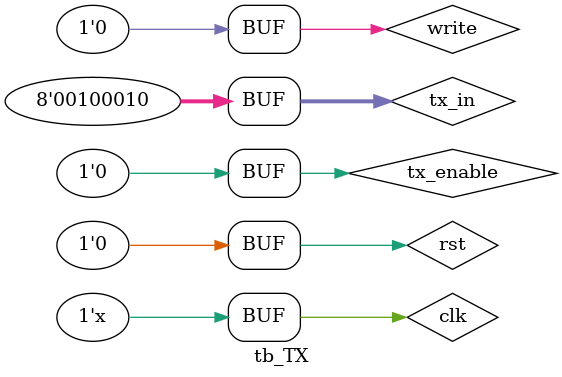
<source format=v>
module tb_TX;

	reg clk;
    reg tx_enable;
    reg rst;
	reg write;
    wire txd;
    reg [7:0] tx_in;
    wire tbr;
	
	TX TX0(clk,tx_enable,rst,write,txd,tx_in,tbr); // Instantiate DUT
	
	initial begin
	clk = 0;
	rst = 1;
	tx_enable = 0;
	write = 0;
	end
	
	always  #5  clk = ~ clk ;  // generate clk
	
	always  begin         // generate tx_enable every 40 clock cycles
	#300 tx_enable = 1;
	#10 tx_enable = 0; 
	end
	
	initial begin
	#100 write = 1; tx_in = 8'b00100010;   // send data to input
	#400 write = 0; 
	end
	
	initial begin
	# 22 rst = 1'b0;   //disabling reset  
	end

endmodule

</source>
